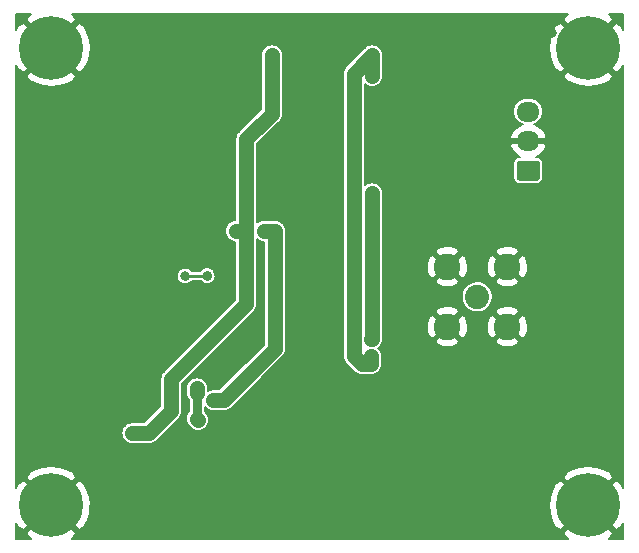
<source format=gbl>
G04 #@! TF.GenerationSoftware,KiCad,Pcbnew,(5.1.5)-3*
G04 #@! TF.CreationDate,2020-04-14T23:54:33+09:00*
G04 #@! TF.ProjectId,Detector_rev2,44657465-6374-46f7-925f-726576322e6b,rev?*
G04 #@! TF.SameCoordinates,Original*
G04 #@! TF.FileFunction,Copper,L2,Bot*
G04 #@! TF.FilePolarity,Positive*
%FSLAX46Y46*%
G04 Gerber Fmt 4.6, Leading zero omitted, Abs format (unit mm)*
G04 Created by KiCad (PCBNEW (5.1.5)-3) date 2020-04-14 23:54:33*
%MOMM*%
%LPD*%
G04 APERTURE LIST*
%ADD10O,1.950000X1.700000*%
%ADD11C,0.100000*%
%ADD12C,0.800000*%
%ADD13C,5.400000*%
%ADD14C,2.250000*%
%ADD15C,2.050000*%
%ADD16C,1.250000*%
%ADD17C,0.800000*%
%ADD18C,0.250000*%
%ADD19C,0.200000*%
G04 APERTURE END LIST*
D10*
X93218000Y-53617500D03*
G04 #@! TA.AperFunction,ComponentPad*
D11*
G36*
X93967504Y-55268704D02*
G01*
X93991773Y-55272304D01*
X94015571Y-55278265D01*
X94038671Y-55286530D01*
X94060849Y-55297020D01*
X94081893Y-55309633D01*
X94101598Y-55324247D01*
X94119777Y-55340723D01*
X94136253Y-55358902D01*
X94150867Y-55378607D01*
X94163480Y-55399651D01*
X94173970Y-55421829D01*
X94182235Y-55444929D01*
X94188196Y-55468727D01*
X94191796Y-55492996D01*
X94193000Y-55517500D01*
X94193000Y-56717500D01*
X94191796Y-56742004D01*
X94188196Y-56766273D01*
X94182235Y-56790071D01*
X94173970Y-56813171D01*
X94163480Y-56835349D01*
X94150867Y-56856393D01*
X94136253Y-56876098D01*
X94119777Y-56894277D01*
X94101598Y-56910753D01*
X94081893Y-56925367D01*
X94060849Y-56937980D01*
X94038671Y-56948470D01*
X94015571Y-56956735D01*
X93991773Y-56962696D01*
X93967504Y-56966296D01*
X93943000Y-56967500D01*
X92493000Y-56967500D01*
X92468496Y-56966296D01*
X92444227Y-56962696D01*
X92420429Y-56956735D01*
X92397329Y-56948470D01*
X92375151Y-56937980D01*
X92354107Y-56925367D01*
X92334402Y-56910753D01*
X92316223Y-56894277D01*
X92299747Y-56876098D01*
X92285133Y-56856393D01*
X92272520Y-56835349D01*
X92262030Y-56813171D01*
X92253765Y-56790071D01*
X92247804Y-56766273D01*
X92244204Y-56742004D01*
X92243000Y-56717500D01*
X92243000Y-55517500D01*
X92244204Y-55492996D01*
X92247804Y-55468727D01*
X92253765Y-55444929D01*
X92262030Y-55421829D01*
X92272520Y-55399651D01*
X92285133Y-55378607D01*
X92299747Y-55358902D01*
X92316223Y-55340723D01*
X92334402Y-55324247D01*
X92354107Y-55309633D01*
X92375151Y-55297020D01*
X92397329Y-55286530D01*
X92420429Y-55278265D01*
X92444227Y-55272304D01*
X92468496Y-55268704D01*
X92493000Y-55267500D01*
X93943000Y-55267500D01*
X93967504Y-55268704D01*
G37*
G04 #@! TD.AperFunction*
D10*
X93218000Y-51117500D03*
D12*
X99729891Y-83023109D03*
X98298000Y-82430000D03*
X96866109Y-83023109D03*
X96273000Y-84455000D03*
X96866109Y-85886891D03*
X98298000Y-86480000D03*
X99729891Y-85886891D03*
X100323000Y-84455000D03*
D13*
X98298000Y-84455000D03*
D12*
X54263891Y-44288109D03*
X52832000Y-43695000D03*
X51400109Y-44288109D03*
X50807000Y-45720000D03*
X51400109Y-47151891D03*
X52832000Y-47745000D03*
X54263891Y-47151891D03*
X54857000Y-45720000D03*
D13*
X52832000Y-45720000D03*
D12*
X99729891Y-44288109D03*
X98298000Y-43695000D03*
X96866109Y-44288109D03*
X96273000Y-45720000D03*
X96866109Y-47151891D03*
X98298000Y-47745000D03*
X99729891Y-47151891D03*
X100323000Y-45720000D03*
D13*
X98298000Y-45720000D03*
D12*
X54263891Y-83023109D03*
X52832000Y-82430000D03*
X51400109Y-83023109D03*
X50807000Y-84455000D03*
X51400109Y-85886891D03*
X52832000Y-86480000D03*
X54263891Y-85886891D03*
X54857000Y-84455000D03*
D13*
X52832000Y-84455000D03*
D14*
X86360000Y-69342000D03*
X86360000Y-64262000D03*
X91440000Y-64262000D03*
X91440000Y-69342000D03*
D15*
X88900000Y-66802000D03*
D12*
X82550000Y-74930000D03*
X82550000Y-72390000D03*
X53467000Y-68262500D03*
X52514500Y-68262500D03*
X51562000Y-68262500D03*
X50800000Y-68770500D03*
X50800000Y-67754500D03*
X66040000Y-61214000D03*
X67056000Y-61214000D03*
X66548000Y-61976000D03*
X74676000Y-51562000D03*
X74676000Y-52832000D03*
X74676000Y-54102000D03*
X76962000Y-51562000D03*
X76962000Y-52832000D03*
X76962000Y-54102000D03*
X73660000Y-52832000D03*
X73660000Y-54102000D03*
X73660000Y-51562000D03*
X73660000Y-50292000D03*
X73660000Y-49022000D03*
X74676000Y-50292000D03*
X76962000Y-50292000D03*
X76200000Y-50800000D03*
X76200000Y-52070000D03*
X76200000Y-53340000D03*
X76200000Y-54610000D03*
X76962000Y-55372000D03*
X76200000Y-55880000D03*
X81534000Y-50292000D03*
X81534000Y-51562000D03*
X81534000Y-52832000D03*
X81534000Y-54102000D03*
X81534000Y-55372000D03*
X82296000Y-50800000D03*
X82296000Y-52070000D03*
X82296000Y-53340000D03*
X82296000Y-54610000D03*
X82296000Y-55880000D03*
X74549000Y-61849000D03*
X75565000Y-61849000D03*
X76581000Y-61849000D03*
X74041000Y-62611000D03*
X75057000Y-62611000D03*
X76073000Y-62611000D03*
X77089000Y-62611000D03*
X81534000Y-60960000D03*
X81534000Y-61976000D03*
X81534000Y-62992000D03*
X82296000Y-60452000D03*
X82296000Y-61468000D03*
X82296000Y-62484000D03*
X62103000Y-68072000D03*
X62103000Y-68961000D03*
X68961000Y-77851000D03*
X68072000Y-77851000D03*
X57150000Y-44450000D03*
X59690000Y-44450000D03*
X62230000Y-44450000D03*
X64770000Y-44450000D03*
X67310000Y-44450000D03*
X69850000Y-44450000D03*
X77470000Y-44450000D03*
X80010000Y-44450000D03*
X82550000Y-44450000D03*
X85090000Y-44450000D03*
X87630000Y-44450000D03*
X90170000Y-44450000D03*
X92710000Y-44450000D03*
X95250000Y-44450000D03*
X100330000Y-49530000D03*
X100330000Y-52070000D03*
X100330000Y-54610000D03*
X100330000Y-57150000D03*
X100330000Y-59690000D03*
X100330000Y-62230000D03*
X100330000Y-64770000D03*
X100330000Y-67310000D03*
X100330000Y-69850000D03*
X100330000Y-72390000D03*
X100330000Y-74930000D03*
X100330000Y-77470000D03*
X100330000Y-80010000D03*
X92710000Y-85725000D03*
X90170000Y-85725000D03*
X87630000Y-85725000D03*
X85090000Y-85725000D03*
X82550000Y-85725000D03*
X80010000Y-85725000D03*
X77470000Y-85725000D03*
X74930000Y-85725000D03*
X72390000Y-85725000D03*
X69850000Y-85725000D03*
X67310000Y-85725000D03*
X64770000Y-85725000D03*
X62230000Y-85725000D03*
X59690000Y-85725000D03*
X57150000Y-85725000D03*
X52070000Y-49530000D03*
X52070000Y-52070000D03*
X52070000Y-54610000D03*
X52070000Y-57150000D03*
X52070000Y-59690000D03*
X52070000Y-62230000D03*
X52070000Y-74930000D03*
X52070000Y-77470000D03*
X52070000Y-80010000D03*
X57150000Y-46990000D03*
X54610000Y-49530000D03*
X57150000Y-49530000D03*
X59690000Y-46990000D03*
X62230000Y-46990000D03*
X64770000Y-46990000D03*
X64770000Y-49530000D03*
X62230000Y-49530000D03*
X59690000Y-49530000D03*
X54610000Y-52070000D03*
X57150000Y-52070000D03*
X59690000Y-52070000D03*
X62230000Y-52070000D03*
X64770000Y-52070000D03*
X64770000Y-54610000D03*
X62230000Y-54610000D03*
X59690000Y-54610000D03*
X57150000Y-54610000D03*
X54610000Y-54610000D03*
X54610000Y-57150000D03*
X57150000Y-57150000D03*
X57150000Y-59690000D03*
X54610000Y-59690000D03*
X57150000Y-62230000D03*
X54610000Y-72390000D03*
X54610000Y-74930000D03*
X54610000Y-77470000D03*
X54610000Y-80010000D03*
X92710000Y-82550000D03*
X90170000Y-82550000D03*
X87630000Y-82550000D03*
X85090000Y-82550000D03*
X82550000Y-82550000D03*
X80010000Y-82550000D03*
X77470000Y-82550000D03*
X74930000Y-82550000D03*
X74930000Y-80010000D03*
X77470000Y-80010000D03*
X80010000Y-80010000D03*
X82550000Y-80010000D03*
X85090000Y-80010000D03*
X87630000Y-80010000D03*
X90170000Y-80010000D03*
X92710000Y-80010000D03*
X95250000Y-80010000D03*
X97790000Y-80010000D03*
X97790000Y-77470000D03*
X95250000Y-77470000D03*
X92710000Y-77470000D03*
X90170000Y-77470000D03*
X87630000Y-77470000D03*
X85090000Y-77470000D03*
X82550000Y-77470000D03*
X85090000Y-74930000D03*
X87630000Y-74930000D03*
X90170000Y-74930000D03*
X92710000Y-74930000D03*
X95250000Y-74930000D03*
X97790000Y-74930000D03*
X97790000Y-72390000D03*
X95250000Y-72390000D03*
X92710000Y-72390000D03*
X90170000Y-72390000D03*
X87630000Y-72390000D03*
X85090000Y-72390000D03*
X97790000Y-69850000D03*
X97790000Y-67310000D03*
X97790000Y-64770000D03*
X97790000Y-62230000D03*
X97790000Y-59690000D03*
X97790000Y-57150000D03*
X97790000Y-54610000D03*
X97790000Y-52070000D03*
X97790000Y-49530000D03*
X92710000Y-46990000D03*
X90170000Y-46990000D03*
X87630000Y-46990000D03*
X85090000Y-46990000D03*
X83312000Y-65532000D03*
X84582000Y-65532000D03*
X83312000Y-68072000D03*
X84582000Y-68072000D03*
X82042000Y-68072000D03*
X95250000Y-69850000D03*
X95250000Y-67310000D03*
X95250000Y-64770000D03*
X95250000Y-62230000D03*
X95250000Y-59690000D03*
X92710000Y-59690000D03*
X90170000Y-59690000D03*
X87630000Y-59690000D03*
X85090000Y-59690000D03*
X85090000Y-62230000D03*
X87630000Y-62230000D03*
X90170000Y-62230000D03*
X92710000Y-62230000D03*
X90678000Y-53594000D03*
X89408000Y-53594000D03*
X87630000Y-53594000D03*
X86106000Y-53594000D03*
X84836000Y-53594000D03*
X83566000Y-53594000D03*
X67310000Y-52070000D03*
X67310000Y-54610000D03*
X72390000Y-44450000D03*
X74930000Y-44450000D03*
X54610000Y-62230000D03*
X73660000Y-61849000D03*
X68453000Y-61214000D03*
X71501000Y-46355000D03*
X71501000Y-47244000D03*
X71501000Y-48133000D03*
X59690000Y-78359000D03*
X60706000Y-78359000D03*
X69342000Y-61214000D03*
X80010000Y-59944000D03*
X80010000Y-58039000D03*
X79883000Y-69596000D03*
X79883000Y-70485000D03*
X80010000Y-58989000D03*
X80010000Y-46355000D03*
X79883000Y-72517000D03*
X79883000Y-71628000D03*
X80010000Y-47244000D03*
X80010000Y-48133000D03*
X71755000Y-61214000D03*
X70866000Y-61214000D03*
X66548000Y-75565000D03*
X67437000Y-75565000D03*
X66040000Y-65024000D03*
X64135000Y-65024000D03*
X65278000Y-77241500D03*
X65151000Y-74549000D03*
D16*
X68453000Y-61214000D02*
X69342000Y-61214000D01*
X71501000Y-46355000D02*
X71501000Y-51308000D01*
X69342000Y-53467000D02*
X69342000Y-61214000D01*
X71501000Y-51308000D02*
X69342000Y-53467000D01*
X60706000Y-78359000D02*
X59690000Y-78359000D01*
X62992000Y-76454000D02*
X62992000Y-73787000D01*
X69342000Y-67437000D02*
X69342000Y-61214000D01*
X62992000Y-73787000D02*
X69342000Y-67437000D01*
X59690000Y-78359000D02*
X61087000Y-78359000D01*
X61087000Y-78359000D02*
X62992000Y-76454000D01*
X69342000Y-61214000D02*
X69342000Y-61214000D01*
X79965001Y-70402999D02*
X79883000Y-70402999D01*
X80010000Y-58039000D02*
X80010000Y-70358000D01*
X80010000Y-70358000D02*
X79965001Y-70402999D01*
X79883000Y-72517000D02*
X79883000Y-71853009D01*
X78432990Y-47932010D02*
X78432990Y-51615010D01*
X80010000Y-46355000D02*
X78432990Y-47932010D01*
X79121000Y-72517000D02*
X79883000Y-72517000D01*
X78432990Y-71828990D02*
X79121000Y-72517000D01*
X78432990Y-51615010D02*
X78432990Y-52885010D01*
X78432990Y-52885010D02*
X78432990Y-54155010D01*
X78432990Y-54155010D02*
X78432990Y-71828990D01*
X80010000Y-46355000D02*
X80010000Y-48133000D01*
D17*
X66548000Y-75565000D02*
X66548000Y-75565000D01*
D16*
X70866000Y-61214000D02*
X71755000Y-61214000D01*
X71755000Y-71247000D02*
X67437000Y-75565000D01*
X71755000Y-61214000D02*
X71755000Y-71247000D01*
X67437000Y-75565000D02*
X66548000Y-75565000D01*
D17*
X64160400Y-65024000D02*
X64135000Y-65024000D01*
X66014600Y-64998600D02*
X66040000Y-65024000D01*
D18*
X64135000Y-65024000D02*
X66040000Y-65024000D01*
D16*
X65151000Y-74549000D02*
X65151000Y-74930000D01*
D17*
X65151000Y-74930000D02*
X65151000Y-77114500D01*
D16*
X65278000Y-77241500D02*
X65151000Y-77114500D01*
D19*
G36*
X51004885Y-42943191D02*
G01*
X50700593Y-43370804D01*
X52832000Y-45502211D01*
X54963407Y-43370804D01*
X54659115Y-42943191D01*
X54567401Y-42895000D01*
X96561044Y-42895000D01*
X96470885Y-42943191D01*
X96166593Y-43370804D01*
X98298000Y-45502211D01*
X100429407Y-43370804D01*
X100125115Y-42943191D01*
X100033401Y-42895000D01*
X101250000Y-42895000D01*
X101250000Y-44220643D01*
X101074809Y-43892885D01*
X100647196Y-43588593D01*
X98515789Y-45720000D01*
X100647196Y-47851407D01*
X101074809Y-47547115D01*
X101250000Y-47213702D01*
X101250001Y-82955645D01*
X101074809Y-82627885D01*
X100647196Y-82323593D01*
X98515789Y-84455000D01*
X100647196Y-86586407D01*
X101074809Y-86282115D01*
X101250001Y-85948700D01*
X101250001Y-87280000D01*
X100034956Y-87280000D01*
X100125115Y-87231809D01*
X100429407Y-86804196D01*
X98298000Y-84672789D01*
X96166593Y-86804196D01*
X96470885Y-87231809D01*
X96562599Y-87280000D01*
X54568956Y-87280000D01*
X54659115Y-87231809D01*
X54963407Y-86804196D01*
X52832000Y-84672789D01*
X50700593Y-86804196D01*
X51004885Y-87231809D01*
X51096599Y-87280000D01*
X49880000Y-87280000D01*
X49880000Y-85954357D01*
X50055191Y-86282115D01*
X50482804Y-86586407D01*
X52614211Y-84455000D01*
X53049789Y-84455000D01*
X55181196Y-86586407D01*
X55608809Y-86282115D01*
X55911906Y-85705279D01*
X56096644Y-85080395D01*
X56151626Y-84478523D01*
X94974076Y-84478523D01*
X95042533Y-85126536D01*
X95236096Y-85748742D01*
X95521191Y-86282115D01*
X95948804Y-86586407D01*
X98080211Y-84455000D01*
X95948804Y-82323593D01*
X95521191Y-82627885D01*
X95218094Y-83204721D01*
X95033356Y-83829605D01*
X94974076Y-84478523D01*
X56151626Y-84478523D01*
X56155924Y-84431477D01*
X56087467Y-83783464D01*
X55893904Y-83161258D01*
X55608809Y-82627885D01*
X55181196Y-82323593D01*
X53049789Y-84455000D01*
X52614211Y-84455000D01*
X50482804Y-82323593D01*
X50055191Y-82627885D01*
X49880000Y-82961298D01*
X49880000Y-82105804D01*
X50700593Y-82105804D01*
X52832000Y-84237211D01*
X54963407Y-82105804D01*
X96166593Y-82105804D01*
X98298000Y-84237211D01*
X100429407Y-82105804D01*
X100125115Y-81678191D01*
X99548279Y-81375094D01*
X98923395Y-81190356D01*
X98274477Y-81131076D01*
X97626464Y-81199533D01*
X97004258Y-81393096D01*
X96470885Y-81678191D01*
X96166593Y-82105804D01*
X54963407Y-82105804D01*
X54659115Y-81678191D01*
X54082279Y-81375094D01*
X53457395Y-81190356D01*
X52808477Y-81131076D01*
X52160464Y-81199533D01*
X51538258Y-81393096D01*
X51004885Y-81678191D01*
X50700593Y-82105804D01*
X49880000Y-82105804D01*
X49880000Y-78359000D01*
X58760525Y-78359000D01*
X58778385Y-78540332D01*
X58831277Y-78714695D01*
X58917170Y-78875389D01*
X59032762Y-79016238D01*
X59173611Y-79131830D01*
X59334305Y-79217723D01*
X59508668Y-79270615D01*
X59644565Y-79284000D01*
X61041573Y-79284000D01*
X61087000Y-79288474D01*
X61132427Y-79284000D01*
X61132435Y-79284000D01*
X61268332Y-79270615D01*
X61442695Y-79217723D01*
X61603389Y-79131830D01*
X61744238Y-79016238D01*
X61773203Y-78980944D01*
X63613950Y-77140198D01*
X63649238Y-77111238D01*
X63691150Y-77060169D01*
X63709903Y-77037318D01*
X63764830Y-76970389D01*
X63850723Y-76809695D01*
X63903615Y-76635332D01*
X63917000Y-76499435D01*
X63917000Y-76499434D01*
X63921475Y-76454000D01*
X63917000Y-76408566D01*
X63917000Y-74170147D01*
X69963950Y-68123198D01*
X69999238Y-68094238D01*
X70096110Y-67976200D01*
X70114830Y-67953389D01*
X70200723Y-67792695D01*
X70253615Y-67618332D01*
X70255152Y-67602729D01*
X70267000Y-67482435D01*
X70267000Y-67482428D01*
X70271474Y-67437001D01*
X70267000Y-67391574D01*
X70267000Y-61919033D01*
X70349611Y-61986830D01*
X70510305Y-62072723D01*
X70684668Y-62125615D01*
X70820565Y-62139000D01*
X70830000Y-62139000D01*
X70830001Y-70863851D01*
X67053853Y-74640000D01*
X66502565Y-74640000D01*
X66366668Y-74653385D01*
X66192305Y-74706277D01*
X66076000Y-74768444D01*
X66076000Y-74503565D01*
X66062615Y-74367668D01*
X66009723Y-74193305D01*
X65923830Y-74032611D01*
X65808238Y-73891762D01*
X65667388Y-73776170D01*
X65506694Y-73690277D01*
X65332331Y-73637385D01*
X65151000Y-73619525D01*
X64969668Y-73637385D01*
X64795305Y-73690277D01*
X64634611Y-73776170D01*
X64493762Y-73891762D01*
X64378170Y-74032612D01*
X64292277Y-74193306D01*
X64239385Y-74367669D01*
X64226000Y-74503566D01*
X64226000Y-74975435D01*
X64239385Y-75111332D01*
X64292277Y-75285695D01*
X64378170Y-75446389D01*
X64451000Y-75535132D01*
X64451001Y-76509367D01*
X64378170Y-76598112D01*
X64292277Y-76758806D01*
X64239385Y-76933169D01*
X64221526Y-77114500D01*
X64239385Y-77295831D01*
X64292277Y-77470194D01*
X64378170Y-77630888D01*
X64464799Y-77736446D01*
X64656054Y-77927701D01*
X64761612Y-78014330D01*
X64922306Y-78100223D01*
X65096669Y-78153115D01*
X65277999Y-78170974D01*
X65459331Y-78153115D01*
X65633694Y-78100223D01*
X65794387Y-78014330D01*
X65935237Y-77898737D01*
X66050830Y-77757887D01*
X66136723Y-77597194D01*
X66189615Y-77422831D01*
X66207474Y-77241499D01*
X66189615Y-77060169D01*
X66136723Y-76885806D01*
X66050830Y-76725112D01*
X65964201Y-76619554D01*
X65851000Y-76506353D01*
X65851000Y-76173788D01*
X65890762Y-76222238D01*
X66031611Y-76337830D01*
X66192305Y-76423723D01*
X66366668Y-76476615D01*
X66502565Y-76490000D01*
X67391573Y-76490000D01*
X67437000Y-76494474D01*
X67482427Y-76490000D01*
X67482435Y-76490000D01*
X67618332Y-76476615D01*
X67792695Y-76423723D01*
X67953389Y-76337830D01*
X68094238Y-76222238D01*
X68123203Y-76186944D01*
X72376949Y-71933199D01*
X72412238Y-71904238D01*
X72461756Y-71843901D01*
X72527830Y-71763389D01*
X72613723Y-71602695D01*
X72666615Y-71428332D01*
X72675648Y-71336620D01*
X72680000Y-71292435D01*
X72680000Y-71292428D01*
X72684474Y-71247001D01*
X72680000Y-71201574D01*
X72680000Y-61259435D01*
X72684475Y-61214000D01*
X72677685Y-61145056D01*
X72666615Y-61032668D01*
X72613723Y-60858305D01*
X72527830Y-60697611D01*
X72412238Y-60556762D01*
X72360132Y-60514000D01*
X72271389Y-60441170D01*
X72110695Y-60355277D01*
X71936332Y-60302385D01*
X71800435Y-60289000D01*
X71800434Y-60289000D01*
X71755000Y-60284525D01*
X71709565Y-60289000D01*
X70820565Y-60289000D01*
X70684668Y-60302385D01*
X70510305Y-60355277D01*
X70349611Y-60441170D01*
X70267000Y-60508967D01*
X70267000Y-53850147D01*
X72122949Y-51994199D01*
X72158238Y-51965238D01*
X72273830Y-51824389D01*
X72359723Y-51663695D01*
X72412615Y-51489332D01*
X72426000Y-51353435D01*
X72426000Y-51353428D01*
X72430474Y-51308001D01*
X72426000Y-51262574D01*
X72426000Y-47932010D01*
X77503516Y-47932010D01*
X77507990Y-47977437D01*
X77507991Y-51569566D01*
X77507990Y-51569576D01*
X77507991Y-52839567D01*
X77507990Y-52839576D01*
X77507991Y-54109567D01*
X77507990Y-54109576D01*
X77507991Y-71783553D01*
X77503516Y-71828990D01*
X77521375Y-72010321D01*
X77574267Y-72184684D01*
X77660160Y-72345378D01*
X77746789Y-72450936D01*
X77746792Y-72450939D01*
X77775753Y-72486228D01*
X77811041Y-72515189D01*
X78434801Y-73138949D01*
X78463762Y-73174238D01*
X78499051Y-73203199D01*
X78499053Y-73203201D01*
X78581193Y-73270611D01*
X78604611Y-73289830D01*
X78765305Y-73375723D01*
X78939668Y-73428615D01*
X79075565Y-73442000D01*
X79075572Y-73442000D01*
X79120999Y-73446474D01*
X79166426Y-73442000D01*
X79837565Y-73442000D01*
X79883000Y-73446475D01*
X79928434Y-73442000D01*
X79928435Y-73442000D01*
X80064332Y-73428615D01*
X80238695Y-73375723D01*
X80399389Y-73289830D01*
X80540238Y-73174238D01*
X80655830Y-73033389D01*
X80741723Y-72872695D01*
X80794615Y-72698332D01*
X80804121Y-72601820D01*
X80808000Y-72562435D01*
X80808000Y-72562434D01*
X80812475Y-72517000D01*
X80808000Y-72471565D01*
X80808000Y-71807574D01*
X80794615Y-71671677D01*
X80741723Y-71497314D01*
X80655830Y-71336620D01*
X80540238Y-71195771D01*
X80498664Y-71161652D01*
X80622239Y-71060237D01*
X80642523Y-71035522D01*
X80667238Y-71015238D01*
X80782830Y-70874389D01*
X80868723Y-70713695D01*
X80912472Y-70569472D01*
X85350317Y-70569472D01*
X85465038Y-70835809D01*
X85773663Y-70981704D01*
X86104820Y-71064586D01*
X86445783Y-71081271D01*
X86783449Y-71031115D01*
X87104843Y-70916049D01*
X87254962Y-70835809D01*
X87369683Y-70569472D01*
X90430317Y-70569472D01*
X90545038Y-70835809D01*
X90853663Y-70981704D01*
X91184820Y-71064586D01*
X91525783Y-71081271D01*
X91863449Y-71031115D01*
X92184843Y-70916049D01*
X92334962Y-70835809D01*
X92449683Y-70569472D01*
X91440000Y-69559789D01*
X90430317Y-70569472D01*
X87369683Y-70569472D01*
X86360000Y-69559789D01*
X85350317Y-70569472D01*
X80912472Y-70569472D01*
X80921615Y-70539332D01*
X80935000Y-70403435D01*
X80935000Y-70403427D01*
X80939474Y-70358001D01*
X80935000Y-70312574D01*
X80935000Y-69427783D01*
X84620729Y-69427783D01*
X84670885Y-69765449D01*
X84785951Y-70086843D01*
X84866191Y-70236962D01*
X85132528Y-70351683D01*
X86142211Y-69342000D01*
X86577789Y-69342000D01*
X87587472Y-70351683D01*
X87853809Y-70236962D01*
X87999704Y-69928337D01*
X88082586Y-69597180D01*
X88090875Y-69427783D01*
X89700729Y-69427783D01*
X89750885Y-69765449D01*
X89865951Y-70086843D01*
X89946191Y-70236962D01*
X90212528Y-70351683D01*
X91222211Y-69342000D01*
X91657789Y-69342000D01*
X92667472Y-70351683D01*
X92933809Y-70236962D01*
X93079704Y-69928337D01*
X93162586Y-69597180D01*
X93179271Y-69256217D01*
X93129115Y-68918551D01*
X93014049Y-68597157D01*
X92933809Y-68447038D01*
X92667472Y-68332317D01*
X91657789Y-69342000D01*
X91222211Y-69342000D01*
X90212528Y-68332317D01*
X89946191Y-68447038D01*
X89800296Y-68755663D01*
X89717414Y-69086820D01*
X89700729Y-69427783D01*
X88090875Y-69427783D01*
X88099271Y-69256217D01*
X88049115Y-68918551D01*
X87934049Y-68597157D01*
X87853809Y-68447038D01*
X87587472Y-68332317D01*
X86577789Y-69342000D01*
X86142211Y-69342000D01*
X85132528Y-68332317D01*
X84866191Y-68447038D01*
X84720296Y-68755663D01*
X84637414Y-69086820D01*
X84620729Y-69427783D01*
X80935000Y-69427783D01*
X80935000Y-68114528D01*
X85350317Y-68114528D01*
X86360000Y-69124211D01*
X87369683Y-68114528D01*
X87254962Y-67848191D01*
X86946337Y-67702296D01*
X86615180Y-67619414D01*
X86274217Y-67602729D01*
X85936551Y-67652885D01*
X85615157Y-67767951D01*
X85465038Y-67848191D01*
X85350317Y-68114528D01*
X80935000Y-68114528D01*
X80935000Y-66671499D01*
X87575000Y-66671499D01*
X87575000Y-66932501D01*
X87625919Y-67188488D01*
X87725800Y-67429623D01*
X87870805Y-67646638D01*
X88055362Y-67831195D01*
X88272377Y-67976200D01*
X88513512Y-68076081D01*
X88769499Y-68127000D01*
X89030501Y-68127000D01*
X89093201Y-68114528D01*
X90430317Y-68114528D01*
X91440000Y-69124211D01*
X92449683Y-68114528D01*
X92334962Y-67848191D01*
X92026337Y-67702296D01*
X91695180Y-67619414D01*
X91354217Y-67602729D01*
X91016551Y-67652885D01*
X90695157Y-67767951D01*
X90545038Y-67848191D01*
X90430317Y-68114528D01*
X89093201Y-68114528D01*
X89286488Y-68076081D01*
X89527623Y-67976200D01*
X89744638Y-67831195D01*
X89929195Y-67646638D01*
X90074200Y-67429623D01*
X90174081Y-67188488D01*
X90225000Y-66932501D01*
X90225000Y-66671499D01*
X90174081Y-66415512D01*
X90074200Y-66174377D01*
X89929195Y-65957362D01*
X89744638Y-65772805D01*
X89527623Y-65627800D01*
X89286488Y-65527919D01*
X89093202Y-65489472D01*
X90430317Y-65489472D01*
X90545038Y-65755809D01*
X90853663Y-65901704D01*
X91184820Y-65984586D01*
X91525783Y-66001271D01*
X91863449Y-65951115D01*
X92184843Y-65836049D01*
X92334962Y-65755809D01*
X92449683Y-65489472D01*
X91440000Y-64479789D01*
X90430317Y-65489472D01*
X89093202Y-65489472D01*
X89030501Y-65477000D01*
X88769499Y-65477000D01*
X88513512Y-65527919D01*
X88272377Y-65627800D01*
X88055362Y-65772805D01*
X87870805Y-65957362D01*
X87725800Y-66174377D01*
X87625919Y-66415512D01*
X87575000Y-66671499D01*
X80935000Y-66671499D01*
X80935000Y-65489472D01*
X85350317Y-65489472D01*
X85465038Y-65755809D01*
X85773663Y-65901704D01*
X86104820Y-65984586D01*
X86445783Y-66001271D01*
X86783449Y-65951115D01*
X87104843Y-65836049D01*
X87254962Y-65755809D01*
X87369683Y-65489472D01*
X86360000Y-64479789D01*
X85350317Y-65489472D01*
X80935000Y-65489472D01*
X80935000Y-64347783D01*
X84620729Y-64347783D01*
X84670885Y-64685449D01*
X84785951Y-65006843D01*
X84866191Y-65156962D01*
X85132528Y-65271683D01*
X86142211Y-64262000D01*
X86577789Y-64262000D01*
X87587472Y-65271683D01*
X87853809Y-65156962D01*
X87999704Y-64848337D01*
X88082586Y-64517180D01*
X88090875Y-64347783D01*
X89700729Y-64347783D01*
X89750885Y-64685449D01*
X89865951Y-65006843D01*
X89946191Y-65156962D01*
X90212528Y-65271683D01*
X91222211Y-64262000D01*
X91657789Y-64262000D01*
X92667472Y-65271683D01*
X92933809Y-65156962D01*
X93079704Y-64848337D01*
X93162586Y-64517180D01*
X93179271Y-64176217D01*
X93129115Y-63838551D01*
X93014049Y-63517157D01*
X92933809Y-63367038D01*
X92667472Y-63252317D01*
X91657789Y-64262000D01*
X91222211Y-64262000D01*
X90212528Y-63252317D01*
X89946191Y-63367038D01*
X89800296Y-63675663D01*
X89717414Y-64006820D01*
X89700729Y-64347783D01*
X88090875Y-64347783D01*
X88099271Y-64176217D01*
X88049115Y-63838551D01*
X87934049Y-63517157D01*
X87853809Y-63367038D01*
X87587472Y-63252317D01*
X86577789Y-64262000D01*
X86142211Y-64262000D01*
X85132528Y-63252317D01*
X84866191Y-63367038D01*
X84720296Y-63675663D01*
X84637414Y-64006820D01*
X84620729Y-64347783D01*
X80935000Y-64347783D01*
X80935000Y-63034528D01*
X85350317Y-63034528D01*
X86360000Y-64044211D01*
X87369683Y-63034528D01*
X90430317Y-63034528D01*
X91440000Y-64044211D01*
X92449683Y-63034528D01*
X92334962Y-62768191D01*
X92026337Y-62622296D01*
X91695180Y-62539414D01*
X91354217Y-62522729D01*
X91016551Y-62572885D01*
X90695157Y-62687951D01*
X90545038Y-62768191D01*
X90430317Y-63034528D01*
X87369683Y-63034528D01*
X87254962Y-62768191D01*
X86946337Y-62622296D01*
X86615180Y-62539414D01*
X86274217Y-62522729D01*
X85936551Y-62572885D01*
X85615157Y-62687951D01*
X85465038Y-62768191D01*
X85350317Y-63034528D01*
X80935000Y-63034528D01*
X80935000Y-57993565D01*
X80921615Y-57857668D01*
X80868723Y-57683305D01*
X80782830Y-57522611D01*
X80667238Y-57381762D01*
X80526388Y-57266170D01*
X80365694Y-57180277D01*
X80191331Y-57127385D01*
X80010000Y-57109525D01*
X79828668Y-57127385D01*
X79654305Y-57180277D01*
X79493611Y-57266170D01*
X79357990Y-57377471D01*
X79357990Y-53996410D01*
X91685097Y-53996410D01*
X91758178Y-54200928D01*
X91897647Y-54450129D01*
X92083053Y-54667332D01*
X92307271Y-54844191D01*
X92546268Y-54966049D01*
X92493000Y-54966049D01*
X92385417Y-54976645D01*
X92281969Y-55008026D01*
X92186630Y-55058985D01*
X92103065Y-55127565D01*
X92034485Y-55211130D01*
X91983526Y-55306469D01*
X91952145Y-55409917D01*
X91941549Y-55517500D01*
X91941549Y-56717500D01*
X91952145Y-56825083D01*
X91983526Y-56928531D01*
X92034485Y-57023870D01*
X92103065Y-57107435D01*
X92186630Y-57176015D01*
X92281969Y-57226974D01*
X92385417Y-57258355D01*
X92493000Y-57268951D01*
X93943000Y-57268951D01*
X94050583Y-57258355D01*
X94154031Y-57226974D01*
X94249370Y-57176015D01*
X94332935Y-57107435D01*
X94401515Y-57023870D01*
X94452474Y-56928531D01*
X94483855Y-56825083D01*
X94494451Y-56717500D01*
X94494451Y-55517500D01*
X94483855Y-55409917D01*
X94452474Y-55306469D01*
X94401515Y-55211130D01*
X94332935Y-55127565D01*
X94249370Y-55058985D01*
X94154031Y-55008026D01*
X94050583Y-54976645D01*
X93943000Y-54966049D01*
X93889732Y-54966049D01*
X94128729Y-54844191D01*
X94352947Y-54667332D01*
X94538353Y-54450129D01*
X94677822Y-54200928D01*
X94750903Y-53996410D01*
X94639889Y-53771500D01*
X93372000Y-53771500D01*
X93372000Y-53791500D01*
X93064000Y-53791500D01*
X93064000Y-53771500D01*
X91796111Y-53771500D01*
X91685097Y-53996410D01*
X79357990Y-53996410D01*
X79357990Y-53238590D01*
X91685097Y-53238590D01*
X91796111Y-53463500D01*
X93064000Y-53463500D01*
X93064000Y-53443500D01*
X93372000Y-53443500D01*
X93372000Y-53463500D01*
X94639889Y-53463500D01*
X94750903Y-53238590D01*
X94677822Y-53034072D01*
X94538353Y-52784871D01*
X94352947Y-52567668D01*
X94128729Y-52390809D01*
X93874316Y-52261091D01*
X93698420Y-52211431D01*
X93785215Y-52185102D01*
X93984997Y-52078316D01*
X94160107Y-51934607D01*
X94303816Y-51759497D01*
X94410602Y-51559715D01*
X94476360Y-51342939D01*
X94498564Y-51117500D01*
X94476360Y-50892061D01*
X94410602Y-50675285D01*
X94303816Y-50475503D01*
X94160107Y-50300393D01*
X93984997Y-50156684D01*
X93785215Y-50049898D01*
X93568439Y-49984140D01*
X93399492Y-49967500D01*
X93036508Y-49967500D01*
X92867561Y-49984140D01*
X92650785Y-50049898D01*
X92451003Y-50156684D01*
X92275893Y-50300393D01*
X92132184Y-50475503D01*
X92025398Y-50675285D01*
X91959640Y-50892061D01*
X91937436Y-51117500D01*
X91959640Y-51342939D01*
X92025398Y-51559715D01*
X92132184Y-51759497D01*
X92275893Y-51934607D01*
X92451003Y-52078316D01*
X92650785Y-52185102D01*
X92737580Y-52211431D01*
X92561684Y-52261091D01*
X92307271Y-52390809D01*
X92083053Y-52567668D01*
X91897647Y-52784871D01*
X91758178Y-53034072D01*
X91685097Y-53238590D01*
X79357990Y-53238590D01*
X79357990Y-48794528D01*
X79493612Y-48905830D01*
X79654306Y-48991723D01*
X79828669Y-49044615D01*
X80010000Y-49062475D01*
X80191332Y-49044615D01*
X80365695Y-48991723D01*
X80526389Y-48905830D01*
X80667238Y-48790238D01*
X80782830Y-48649389D01*
X80868723Y-48488695D01*
X80921615Y-48314332D01*
X80935000Y-48178435D01*
X80935000Y-48069196D01*
X96166593Y-48069196D01*
X96470885Y-48496809D01*
X97047721Y-48799906D01*
X97672605Y-48984644D01*
X98321523Y-49043924D01*
X98969536Y-48975467D01*
X99591742Y-48781904D01*
X100125115Y-48496809D01*
X100429407Y-48069196D01*
X98298000Y-45937789D01*
X96166593Y-48069196D01*
X80935000Y-48069196D01*
X80935000Y-46400427D01*
X80939474Y-46355000D01*
X80935000Y-46309573D01*
X80935000Y-46309565D01*
X80921615Y-46173668D01*
X80868723Y-45999305D01*
X80782830Y-45838611D01*
X80704794Y-45743523D01*
X94974076Y-45743523D01*
X95042533Y-46391536D01*
X95236096Y-47013742D01*
X95521191Y-47547115D01*
X95948804Y-47851407D01*
X98080211Y-45720000D01*
X95948804Y-43588593D01*
X95521191Y-43892885D01*
X95218094Y-44469721D01*
X95033356Y-45094605D01*
X94974076Y-45743523D01*
X80704794Y-45743523D01*
X80667238Y-45697762D01*
X80526388Y-45582170D01*
X80365694Y-45496277D01*
X80191331Y-45443385D01*
X80010000Y-45425525D01*
X79828668Y-45443385D01*
X79654305Y-45496277D01*
X79493611Y-45582170D01*
X79404868Y-45655000D01*
X79352762Y-45697762D01*
X79323802Y-45733050D01*
X77811046Y-47245807D01*
X77775752Y-47274772D01*
X77660160Y-47415622D01*
X77574267Y-47576316D01*
X77521375Y-47750679D01*
X77507990Y-47886576D01*
X77507990Y-47886583D01*
X77503516Y-47932010D01*
X72426000Y-47932010D01*
X72426000Y-46309565D01*
X72412615Y-46173668D01*
X72359723Y-45999305D01*
X72273830Y-45838611D01*
X72158238Y-45697762D01*
X72017388Y-45582170D01*
X71856694Y-45496277D01*
X71682331Y-45443385D01*
X71501000Y-45425525D01*
X71319668Y-45443385D01*
X71145305Y-45496277D01*
X70984611Y-45582170D01*
X70843762Y-45697762D01*
X70728170Y-45838612D01*
X70642277Y-45999306D01*
X70589385Y-46173669D01*
X70576000Y-46309566D01*
X70576001Y-50924851D01*
X68720056Y-52780797D01*
X68684762Y-52809762D01*
X68569170Y-52950612D01*
X68483277Y-53111306D01*
X68430385Y-53285669D01*
X68417000Y-53421566D01*
X68417000Y-53421573D01*
X68412526Y-53467000D01*
X68417000Y-53512427D01*
X68417001Y-60289000D01*
X68407565Y-60289000D01*
X68271668Y-60302385D01*
X68097305Y-60355277D01*
X67936611Y-60441170D01*
X67795762Y-60556762D01*
X67680170Y-60697611D01*
X67594277Y-60858305D01*
X67541385Y-61032668D01*
X67523525Y-61214000D01*
X67541385Y-61395332D01*
X67594277Y-61569695D01*
X67680170Y-61730389D01*
X67795762Y-61871238D01*
X67936611Y-61986830D01*
X68097305Y-62072723D01*
X68271668Y-62125615D01*
X68407565Y-62139000D01*
X68417001Y-62139000D01*
X68417000Y-67053852D01*
X62370052Y-73100801D01*
X62334763Y-73129762D01*
X62305802Y-73165051D01*
X62305799Y-73165054D01*
X62219170Y-73270612D01*
X62133277Y-73431306D01*
X62080385Y-73605669D01*
X62062526Y-73787000D01*
X62067001Y-73832436D01*
X62067000Y-76070852D01*
X60703853Y-77434000D01*
X59644565Y-77434000D01*
X59508668Y-77447385D01*
X59334305Y-77500277D01*
X59173611Y-77586170D01*
X59032762Y-77701762D01*
X58917170Y-77842611D01*
X58831277Y-78003305D01*
X58778385Y-78177668D01*
X58760525Y-78359000D01*
X49880000Y-78359000D01*
X49880000Y-65024000D01*
X63431613Y-65024000D01*
X63435000Y-65058390D01*
X63435000Y-65092944D01*
X63441741Y-65126831D01*
X63445128Y-65161224D01*
X63455161Y-65194298D01*
X63461901Y-65228182D01*
X63475122Y-65260100D01*
X63485155Y-65293175D01*
X63501446Y-65323654D01*
X63514668Y-65355574D01*
X63533865Y-65384304D01*
X63550155Y-65414781D01*
X63572076Y-65441492D01*
X63591274Y-65470224D01*
X63615709Y-65494659D01*
X63637630Y-65521370D01*
X63664341Y-65543291D01*
X63688776Y-65567726D01*
X63717508Y-65586924D01*
X63744219Y-65608845D01*
X63774696Y-65625135D01*
X63803426Y-65644332D01*
X63835346Y-65657554D01*
X63865825Y-65673845D01*
X63898900Y-65683878D01*
X63930818Y-65697099D01*
X63964702Y-65703839D01*
X63997776Y-65713872D01*
X64032169Y-65717259D01*
X64066056Y-65724000D01*
X64203944Y-65724000D01*
X64212921Y-65722214D01*
X64297624Y-65713872D01*
X64429575Y-65673845D01*
X64551181Y-65608845D01*
X64657770Y-65521370D01*
X64717162Y-65449000D01*
X65478683Y-65449000D01*
X65495308Y-65469257D01*
X65496272Y-65470221D01*
X65496274Y-65470224D01*
X65593776Y-65567726D01*
X65622510Y-65586925D01*
X65649219Y-65608845D01*
X65679695Y-65625135D01*
X65708426Y-65644332D01*
X65740349Y-65657555D01*
X65770826Y-65673845D01*
X65803895Y-65683876D01*
X65835818Y-65697099D01*
X65869712Y-65703841D01*
X65902777Y-65713871D01*
X65937161Y-65717258D01*
X65971056Y-65724000D01*
X66005612Y-65724000D01*
X66039999Y-65727387D01*
X66074386Y-65724000D01*
X66108944Y-65724000D01*
X66142840Y-65717258D01*
X66177223Y-65713871D01*
X66210288Y-65703841D01*
X66244182Y-65697099D01*
X66276105Y-65683876D01*
X66309174Y-65673845D01*
X66339651Y-65657555D01*
X66371574Y-65644332D01*
X66400305Y-65625135D01*
X66430781Y-65608845D01*
X66457489Y-65586926D01*
X66486224Y-65567726D01*
X66510666Y-65543284D01*
X66537369Y-65521369D01*
X66559284Y-65494666D01*
X66583726Y-65470224D01*
X66602926Y-65441489D01*
X66624845Y-65414781D01*
X66641135Y-65384305D01*
X66660332Y-65355574D01*
X66673555Y-65323651D01*
X66689845Y-65293174D01*
X66699876Y-65260105D01*
X66713099Y-65228182D01*
X66719841Y-65194288D01*
X66729871Y-65161223D01*
X66733258Y-65126840D01*
X66740000Y-65092944D01*
X66740000Y-65058386D01*
X66743387Y-65023999D01*
X66740000Y-64989612D01*
X66740000Y-64955056D01*
X66733258Y-64921161D01*
X66729871Y-64886777D01*
X66719841Y-64853712D01*
X66713099Y-64819818D01*
X66699876Y-64787895D01*
X66689845Y-64754826D01*
X66673555Y-64724349D01*
X66660332Y-64692426D01*
X66641135Y-64663695D01*
X66624845Y-64633219D01*
X66602925Y-64606510D01*
X66583726Y-64577776D01*
X66486224Y-64480274D01*
X66486221Y-64480272D01*
X66485257Y-64479308D01*
X66405381Y-64413755D01*
X66283774Y-64348755D01*
X66151823Y-64308729D01*
X66014600Y-64295213D01*
X65877377Y-64308729D01*
X65745426Y-64348755D01*
X65623819Y-64413755D01*
X65517231Y-64501231D01*
X65436993Y-64599000D01*
X64717162Y-64599000D01*
X64657770Y-64526630D01*
X64551181Y-64439155D01*
X64429575Y-64374155D01*
X64297624Y-64334128D01*
X64212921Y-64325786D01*
X64203944Y-64324000D01*
X64066056Y-64324000D01*
X64032169Y-64330741D01*
X63997776Y-64334128D01*
X63964702Y-64344161D01*
X63930818Y-64350901D01*
X63898900Y-64364122D01*
X63865825Y-64374155D01*
X63835346Y-64390446D01*
X63803426Y-64403668D01*
X63774696Y-64422865D01*
X63744219Y-64439155D01*
X63717508Y-64461076D01*
X63688776Y-64480274D01*
X63664341Y-64504709D01*
X63637630Y-64526630D01*
X63615709Y-64553341D01*
X63591274Y-64577776D01*
X63572076Y-64606508D01*
X63550155Y-64633219D01*
X63533865Y-64663696D01*
X63514668Y-64692426D01*
X63501446Y-64724346D01*
X63485155Y-64754825D01*
X63475122Y-64787900D01*
X63461901Y-64819818D01*
X63455161Y-64853702D01*
X63445128Y-64886776D01*
X63441741Y-64921169D01*
X63435000Y-64955056D01*
X63435000Y-64989610D01*
X63431613Y-65024000D01*
X49880000Y-65024000D01*
X49880000Y-48069196D01*
X50700593Y-48069196D01*
X51004885Y-48496809D01*
X51581721Y-48799906D01*
X52206605Y-48984644D01*
X52855523Y-49043924D01*
X53503536Y-48975467D01*
X54125742Y-48781904D01*
X54659115Y-48496809D01*
X54963407Y-48069196D01*
X52832000Y-45937789D01*
X50700593Y-48069196D01*
X49880000Y-48069196D01*
X49880000Y-47219357D01*
X50055191Y-47547115D01*
X50482804Y-47851407D01*
X52614211Y-45720000D01*
X53049789Y-45720000D01*
X55181196Y-47851407D01*
X55608809Y-47547115D01*
X55911906Y-46970279D01*
X56096644Y-46345395D01*
X56155924Y-45696477D01*
X56087467Y-45048464D01*
X55893904Y-44426258D01*
X55608809Y-43892885D01*
X55181196Y-43588593D01*
X53049789Y-45720000D01*
X52614211Y-45720000D01*
X50482804Y-43588593D01*
X50055191Y-43892885D01*
X49880000Y-44226298D01*
X49880000Y-42895000D01*
X51095044Y-42895000D01*
X51004885Y-42943191D01*
G37*
X51004885Y-42943191D02*
X50700593Y-43370804D01*
X52832000Y-45502211D01*
X54963407Y-43370804D01*
X54659115Y-42943191D01*
X54567401Y-42895000D01*
X96561044Y-42895000D01*
X96470885Y-42943191D01*
X96166593Y-43370804D01*
X98298000Y-45502211D01*
X100429407Y-43370804D01*
X100125115Y-42943191D01*
X100033401Y-42895000D01*
X101250000Y-42895000D01*
X101250000Y-44220643D01*
X101074809Y-43892885D01*
X100647196Y-43588593D01*
X98515789Y-45720000D01*
X100647196Y-47851407D01*
X101074809Y-47547115D01*
X101250000Y-47213702D01*
X101250001Y-82955645D01*
X101074809Y-82627885D01*
X100647196Y-82323593D01*
X98515789Y-84455000D01*
X100647196Y-86586407D01*
X101074809Y-86282115D01*
X101250001Y-85948700D01*
X101250001Y-87280000D01*
X100034956Y-87280000D01*
X100125115Y-87231809D01*
X100429407Y-86804196D01*
X98298000Y-84672789D01*
X96166593Y-86804196D01*
X96470885Y-87231809D01*
X96562599Y-87280000D01*
X54568956Y-87280000D01*
X54659115Y-87231809D01*
X54963407Y-86804196D01*
X52832000Y-84672789D01*
X50700593Y-86804196D01*
X51004885Y-87231809D01*
X51096599Y-87280000D01*
X49880000Y-87280000D01*
X49880000Y-85954357D01*
X50055191Y-86282115D01*
X50482804Y-86586407D01*
X52614211Y-84455000D01*
X53049789Y-84455000D01*
X55181196Y-86586407D01*
X55608809Y-86282115D01*
X55911906Y-85705279D01*
X56096644Y-85080395D01*
X56151626Y-84478523D01*
X94974076Y-84478523D01*
X95042533Y-85126536D01*
X95236096Y-85748742D01*
X95521191Y-86282115D01*
X95948804Y-86586407D01*
X98080211Y-84455000D01*
X95948804Y-82323593D01*
X95521191Y-82627885D01*
X95218094Y-83204721D01*
X95033356Y-83829605D01*
X94974076Y-84478523D01*
X56151626Y-84478523D01*
X56155924Y-84431477D01*
X56087467Y-83783464D01*
X55893904Y-83161258D01*
X55608809Y-82627885D01*
X55181196Y-82323593D01*
X53049789Y-84455000D01*
X52614211Y-84455000D01*
X50482804Y-82323593D01*
X50055191Y-82627885D01*
X49880000Y-82961298D01*
X49880000Y-82105804D01*
X50700593Y-82105804D01*
X52832000Y-84237211D01*
X54963407Y-82105804D01*
X96166593Y-82105804D01*
X98298000Y-84237211D01*
X100429407Y-82105804D01*
X100125115Y-81678191D01*
X99548279Y-81375094D01*
X98923395Y-81190356D01*
X98274477Y-81131076D01*
X97626464Y-81199533D01*
X97004258Y-81393096D01*
X96470885Y-81678191D01*
X96166593Y-82105804D01*
X54963407Y-82105804D01*
X54659115Y-81678191D01*
X54082279Y-81375094D01*
X53457395Y-81190356D01*
X52808477Y-81131076D01*
X52160464Y-81199533D01*
X51538258Y-81393096D01*
X51004885Y-81678191D01*
X50700593Y-82105804D01*
X49880000Y-82105804D01*
X49880000Y-78359000D01*
X58760525Y-78359000D01*
X58778385Y-78540332D01*
X58831277Y-78714695D01*
X58917170Y-78875389D01*
X59032762Y-79016238D01*
X59173611Y-79131830D01*
X59334305Y-79217723D01*
X59508668Y-79270615D01*
X59644565Y-79284000D01*
X61041573Y-79284000D01*
X61087000Y-79288474D01*
X61132427Y-79284000D01*
X61132435Y-79284000D01*
X61268332Y-79270615D01*
X61442695Y-79217723D01*
X61603389Y-79131830D01*
X61744238Y-79016238D01*
X61773203Y-78980944D01*
X63613950Y-77140198D01*
X63649238Y-77111238D01*
X63691150Y-77060169D01*
X63709903Y-77037318D01*
X63764830Y-76970389D01*
X63850723Y-76809695D01*
X63903615Y-76635332D01*
X63917000Y-76499435D01*
X63917000Y-76499434D01*
X63921475Y-76454000D01*
X63917000Y-76408566D01*
X63917000Y-74170147D01*
X69963950Y-68123198D01*
X69999238Y-68094238D01*
X70096110Y-67976200D01*
X70114830Y-67953389D01*
X70200723Y-67792695D01*
X70253615Y-67618332D01*
X70255152Y-67602729D01*
X70267000Y-67482435D01*
X70267000Y-67482428D01*
X70271474Y-67437001D01*
X70267000Y-67391574D01*
X70267000Y-61919033D01*
X70349611Y-61986830D01*
X70510305Y-62072723D01*
X70684668Y-62125615D01*
X70820565Y-62139000D01*
X70830000Y-62139000D01*
X70830001Y-70863851D01*
X67053853Y-74640000D01*
X66502565Y-74640000D01*
X66366668Y-74653385D01*
X66192305Y-74706277D01*
X66076000Y-74768444D01*
X66076000Y-74503565D01*
X66062615Y-74367668D01*
X66009723Y-74193305D01*
X65923830Y-74032611D01*
X65808238Y-73891762D01*
X65667388Y-73776170D01*
X65506694Y-73690277D01*
X65332331Y-73637385D01*
X65151000Y-73619525D01*
X64969668Y-73637385D01*
X64795305Y-73690277D01*
X64634611Y-73776170D01*
X64493762Y-73891762D01*
X64378170Y-74032612D01*
X64292277Y-74193306D01*
X64239385Y-74367669D01*
X64226000Y-74503566D01*
X64226000Y-74975435D01*
X64239385Y-75111332D01*
X64292277Y-75285695D01*
X64378170Y-75446389D01*
X64451000Y-75535132D01*
X64451001Y-76509367D01*
X64378170Y-76598112D01*
X64292277Y-76758806D01*
X64239385Y-76933169D01*
X64221526Y-77114500D01*
X64239385Y-77295831D01*
X64292277Y-77470194D01*
X64378170Y-77630888D01*
X64464799Y-77736446D01*
X64656054Y-77927701D01*
X64761612Y-78014330D01*
X64922306Y-78100223D01*
X65096669Y-78153115D01*
X65277999Y-78170974D01*
X65459331Y-78153115D01*
X65633694Y-78100223D01*
X65794387Y-78014330D01*
X65935237Y-77898737D01*
X66050830Y-77757887D01*
X66136723Y-77597194D01*
X66189615Y-77422831D01*
X66207474Y-77241499D01*
X66189615Y-77060169D01*
X66136723Y-76885806D01*
X66050830Y-76725112D01*
X65964201Y-76619554D01*
X65851000Y-76506353D01*
X65851000Y-76173788D01*
X65890762Y-76222238D01*
X66031611Y-76337830D01*
X66192305Y-76423723D01*
X66366668Y-76476615D01*
X66502565Y-76490000D01*
X67391573Y-76490000D01*
X67437000Y-76494474D01*
X67482427Y-76490000D01*
X67482435Y-76490000D01*
X67618332Y-76476615D01*
X67792695Y-76423723D01*
X67953389Y-76337830D01*
X68094238Y-76222238D01*
X68123203Y-76186944D01*
X72376949Y-71933199D01*
X72412238Y-71904238D01*
X72461756Y-71843901D01*
X72527830Y-71763389D01*
X72613723Y-71602695D01*
X72666615Y-71428332D01*
X72675648Y-71336620D01*
X72680000Y-71292435D01*
X72680000Y-71292428D01*
X72684474Y-71247001D01*
X72680000Y-71201574D01*
X72680000Y-61259435D01*
X72684475Y-61214000D01*
X72677685Y-61145056D01*
X72666615Y-61032668D01*
X72613723Y-60858305D01*
X72527830Y-60697611D01*
X72412238Y-60556762D01*
X72360132Y-60514000D01*
X72271389Y-60441170D01*
X72110695Y-60355277D01*
X71936332Y-60302385D01*
X71800435Y-60289000D01*
X71800434Y-60289000D01*
X71755000Y-60284525D01*
X71709565Y-60289000D01*
X70820565Y-60289000D01*
X70684668Y-60302385D01*
X70510305Y-60355277D01*
X70349611Y-60441170D01*
X70267000Y-60508967D01*
X70267000Y-53850147D01*
X72122949Y-51994199D01*
X72158238Y-51965238D01*
X72273830Y-51824389D01*
X72359723Y-51663695D01*
X72412615Y-51489332D01*
X72426000Y-51353435D01*
X72426000Y-51353428D01*
X72430474Y-51308001D01*
X72426000Y-51262574D01*
X72426000Y-47932010D01*
X77503516Y-47932010D01*
X77507990Y-47977437D01*
X77507991Y-51569566D01*
X77507990Y-51569576D01*
X77507991Y-52839567D01*
X77507990Y-52839576D01*
X77507991Y-54109567D01*
X77507990Y-54109576D01*
X77507991Y-71783553D01*
X77503516Y-71828990D01*
X77521375Y-72010321D01*
X77574267Y-72184684D01*
X77660160Y-72345378D01*
X77746789Y-72450936D01*
X77746792Y-72450939D01*
X77775753Y-72486228D01*
X77811041Y-72515189D01*
X78434801Y-73138949D01*
X78463762Y-73174238D01*
X78499051Y-73203199D01*
X78499053Y-73203201D01*
X78581193Y-73270611D01*
X78604611Y-73289830D01*
X78765305Y-73375723D01*
X78939668Y-73428615D01*
X79075565Y-73442000D01*
X79075572Y-73442000D01*
X79120999Y-73446474D01*
X79166426Y-73442000D01*
X79837565Y-73442000D01*
X79883000Y-73446475D01*
X79928434Y-73442000D01*
X79928435Y-73442000D01*
X80064332Y-73428615D01*
X80238695Y-73375723D01*
X80399389Y-73289830D01*
X80540238Y-73174238D01*
X80655830Y-73033389D01*
X80741723Y-72872695D01*
X80794615Y-72698332D01*
X80804121Y-72601820D01*
X80808000Y-72562435D01*
X80808000Y-72562434D01*
X80812475Y-72517000D01*
X80808000Y-72471565D01*
X80808000Y-71807574D01*
X80794615Y-71671677D01*
X80741723Y-71497314D01*
X80655830Y-71336620D01*
X80540238Y-71195771D01*
X80498664Y-71161652D01*
X80622239Y-71060237D01*
X80642523Y-71035522D01*
X80667238Y-71015238D01*
X80782830Y-70874389D01*
X80868723Y-70713695D01*
X80912472Y-70569472D01*
X85350317Y-70569472D01*
X85465038Y-70835809D01*
X85773663Y-70981704D01*
X86104820Y-71064586D01*
X86445783Y-71081271D01*
X86783449Y-71031115D01*
X87104843Y-70916049D01*
X87254962Y-70835809D01*
X87369683Y-70569472D01*
X90430317Y-70569472D01*
X90545038Y-70835809D01*
X90853663Y-70981704D01*
X91184820Y-71064586D01*
X91525783Y-71081271D01*
X91863449Y-71031115D01*
X92184843Y-70916049D01*
X92334962Y-70835809D01*
X92449683Y-70569472D01*
X91440000Y-69559789D01*
X90430317Y-70569472D01*
X87369683Y-70569472D01*
X86360000Y-69559789D01*
X85350317Y-70569472D01*
X80912472Y-70569472D01*
X80921615Y-70539332D01*
X80935000Y-70403435D01*
X80935000Y-70403427D01*
X80939474Y-70358001D01*
X80935000Y-70312574D01*
X80935000Y-69427783D01*
X84620729Y-69427783D01*
X84670885Y-69765449D01*
X84785951Y-70086843D01*
X84866191Y-70236962D01*
X85132528Y-70351683D01*
X86142211Y-69342000D01*
X86577789Y-69342000D01*
X87587472Y-70351683D01*
X87853809Y-70236962D01*
X87999704Y-69928337D01*
X88082586Y-69597180D01*
X88090875Y-69427783D01*
X89700729Y-69427783D01*
X89750885Y-69765449D01*
X89865951Y-70086843D01*
X89946191Y-70236962D01*
X90212528Y-70351683D01*
X91222211Y-69342000D01*
X91657789Y-69342000D01*
X92667472Y-70351683D01*
X92933809Y-70236962D01*
X93079704Y-69928337D01*
X93162586Y-69597180D01*
X93179271Y-69256217D01*
X93129115Y-68918551D01*
X93014049Y-68597157D01*
X92933809Y-68447038D01*
X92667472Y-68332317D01*
X91657789Y-69342000D01*
X91222211Y-69342000D01*
X90212528Y-68332317D01*
X89946191Y-68447038D01*
X89800296Y-68755663D01*
X89717414Y-69086820D01*
X89700729Y-69427783D01*
X88090875Y-69427783D01*
X88099271Y-69256217D01*
X88049115Y-68918551D01*
X87934049Y-68597157D01*
X87853809Y-68447038D01*
X87587472Y-68332317D01*
X86577789Y-69342000D01*
X86142211Y-69342000D01*
X85132528Y-68332317D01*
X84866191Y-68447038D01*
X84720296Y-68755663D01*
X84637414Y-69086820D01*
X84620729Y-69427783D01*
X80935000Y-69427783D01*
X80935000Y-68114528D01*
X85350317Y-68114528D01*
X86360000Y-69124211D01*
X87369683Y-68114528D01*
X87254962Y-67848191D01*
X86946337Y-67702296D01*
X86615180Y-67619414D01*
X86274217Y-67602729D01*
X85936551Y-67652885D01*
X85615157Y-67767951D01*
X85465038Y-67848191D01*
X85350317Y-68114528D01*
X80935000Y-68114528D01*
X80935000Y-66671499D01*
X87575000Y-66671499D01*
X87575000Y-66932501D01*
X87625919Y-67188488D01*
X87725800Y-67429623D01*
X87870805Y-67646638D01*
X88055362Y-67831195D01*
X88272377Y-67976200D01*
X88513512Y-68076081D01*
X88769499Y-68127000D01*
X89030501Y-68127000D01*
X89093201Y-68114528D01*
X90430317Y-68114528D01*
X91440000Y-69124211D01*
X92449683Y-68114528D01*
X92334962Y-67848191D01*
X92026337Y-67702296D01*
X91695180Y-67619414D01*
X91354217Y-67602729D01*
X91016551Y-67652885D01*
X90695157Y-67767951D01*
X90545038Y-67848191D01*
X90430317Y-68114528D01*
X89093201Y-68114528D01*
X89286488Y-68076081D01*
X89527623Y-67976200D01*
X89744638Y-67831195D01*
X89929195Y-67646638D01*
X90074200Y-67429623D01*
X90174081Y-67188488D01*
X90225000Y-66932501D01*
X90225000Y-66671499D01*
X90174081Y-66415512D01*
X90074200Y-66174377D01*
X89929195Y-65957362D01*
X89744638Y-65772805D01*
X89527623Y-65627800D01*
X89286488Y-65527919D01*
X89093202Y-65489472D01*
X90430317Y-65489472D01*
X90545038Y-65755809D01*
X90853663Y-65901704D01*
X91184820Y-65984586D01*
X91525783Y-66001271D01*
X91863449Y-65951115D01*
X92184843Y-65836049D01*
X92334962Y-65755809D01*
X92449683Y-65489472D01*
X91440000Y-64479789D01*
X90430317Y-65489472D01*
X89093202Y-65489472D01*
X89030501Y-65477000D01*
X88769499Y-65477000D01*
X88513512Y-65527919D01*
X88272377Y-65627800D01*
X88055362Y-65772805D01*
X87870805Y-65957362D01*
X87725800Y-66174377D01*
X87625919Y-66415512D01*
X87575000Y-66671499D01*
X80935000Y-66671499D01*
X80935000Y-65489472D01*
X85350317Y-65489472D01*
X85465038Y-65755809D01*
X85773663Y-65901704D01*
X86104820Y-65984586D01*
X86445783Y-66001271D01*
X86783449Y-65951115D01*
X87104843Y-65836049D01*
X87254962Y-65755809D01*
X87369683Y-65489472D01*
X86360000Y-64479789D01*
X85350317Y-65489472D01*
X80935000Y-65489472D01*
X80935000Y-64347783D01*
X84620729Y-64347783D01*
X84670885Y-64685449D01*
X84785951Y-65006843D01*
X84866191Y-65156962D01*
X85132528Y-65271683D01*
X86142211Y-64262000D01*
X86577789Y-64262000D01*
X87587472Y-65271683D01*
X87853809Y-65156962D01*
X87999704Y-64848337D01*
X88082586Y-64517180D01*
X88090875Y-64347783D01*
X89700729Y-64347783D01*
X89750885Y-64685449D01*
X89865951Y-65006843D01*
X89946191Y-65156962D01*
X90212528Y-65271683D01*
X91222211Y-64262000D01*
X91657789Y-64262000D01*
X92667472Y-65271683D01*
X92933809Y-65156962D01*
X93079704Y-64848337D01*
X93162586Y-64517180D01*
X93179271Y-64176217D01*
X93129115Y-63838551D01*
X93014049Y-63517157D01*
X92933809Y-63367038D01*
X92667472Y-63252317D01*
X91657789Y-64262000D01*
X91222211Y-64262000D01*
X90212528Y-63252317D01*
X89946191Y-63367038D01*
X89800296Y-63675663D01*
X89717414Y-64006820D01*
X89700729Y-64347783D01*
X88090875Y-64347783D01*
X88099271Y-64176217D01*
X88049115Y-63838551D01*
X87934049Y-63517157D01*
X87853809Y-63367038D01*
X87587472Y-63252317D01*
X86577789Y-64262000D01*
X86142211Y-64262000D01*
X85132528Y-63252317D01*
X84866191Y-63367038D01*
X84720296Y-63675663D01*
X84637414Y-64006820D01*
X84620729Y-64347783D01*
X80935000Y-64347783D01*
X80935000Y-63034528D01*
X85350317Y-63034528D01*
X86360000Y-64044211D01*
X87369683Y-63034528D01*
X90430317Y-63034528D01*
X91440000Y-64044211D01*
X92449683Y-63034528D01*
X92334962Y-62768191D01*
X92026337Y-62622296D01*
X91695180Y-62539414D01*
X91354217Y-62522729D01*
X91016551Y-62572885D01*
X90695157Y-62687951D01*
X90545038Y-62768191D01*
X90430317Y-63034528D01*
X87369683Y-63034528D01*
X87254962Y-62768191D01*
X86946337Y-62622296D01*
X86615180Y-62539414D01*
X86274217Y-62522729D01*
X85936551Y-62572885D01*
X85615157Y-62687951D01*
X85465038Y-62768191D01*
X85350317Y-63034528D01*
X80935000Y-63034528D01*
X80935000Y-57993565D01*
X80921615Y-57857668D01*
X80868723Y-57683305D01*
X80782830Y-57522611D01*
X80667238Y-57381762D01*
X80526388Y-57266170D01*
X80365694Y-57180277D01*
X80191331Y-57127385D01*
X80010000Y-57109525D01*
X79828668Y-57127385D01*
X79654305Y-57180277D01*
X79493611Y-57266170D01*
X79357990Y-57377471D01*
X79357990Y-53996410D01*
X91685097Y-53996410D01*
X91758178Y-54200928D01*
X91897647Y-54450129D01*
X92083053Y-54667332D01*
X92307271Y-54844191D01*
X92546268Y-54966049D01*
X92493000Y-54966049D01*
X92385417Y-54976645D01*
X92281969Y-55008026D01*
X92186630Y-55058985D01*
X92103065Y-55127565D01*
X92034485Y-55211130D01*
X91983526Y-55306469D01*
X91952145Y-55409917D01*
X91941549Y-55517500D01*
X91941549Y-56717500D01*
X91952145Y-56825083D01*
X91983526Y-56928531D01*
X92034485Y-57023870D01*
X92103065Y-57107435D01*
X92186630Y-57176015D01*
X92281969Y-57226974D01*
X92385417Y-57258355D01*
X92493000Y-57268951D01*
X93943000Y-57268951D01*
X94050583Y-57258355D01*
X94154031Y-57226974D01*
X94249370Y-57176015D01*
X94332935Y-57107435D01*
X94401515Y-57023870D01*
X94452474Y-56928531D01*
X94483855Y-56825083D01*
X94494451Y-56717500D01*
X94494451Y-55517500D01*
X94483855Y-55409917D01*
X94452474Y-55306469D01*
X94401515Y-55211130D01*
X94332935Y-55127565D01*
X94249370Y-55058985D01*
X94154031Y-55008026D01*
X94050583Y-54976645D01*
X93943000Y-54966049D01*
X93889732Y-54966049D01*
X94128729Y-54844191D01*
X94352947Y-54667332D01*
X94538353Y-54450129D01*
X94677822Y-54200928D01*
X94750903Y-53996410D01*
X94639889Y-53771500D01*
X93372000Y-53771500D01*
X93372000Y-53791500D01*
X93064000Y-53791500D01*
X93064000Y-53771500D01*
X91796111Y-53771500D01*
X91685097Y-53996410D01*
X79357990Y-53996410D01*
X79357990Y-53238590D01*
X91685097Y-53238590D01*
X91796111Y-53463500D01*
X93064000Y-53463500D01*
X93064000Y-53443500D01*
X93372000Y-53443500D01*
X93372000Y-53463500D01*
X94639889Y-53463500D01*
X94750903Y-53238590D01*
X94677822Y-53034072D01*
X94538353Y-52784871D01*
X94352947Y-52567668D01*
X94128729Y-52390809D01*
X93874316Y-52261091D01*
X93698420Y-52211431D01*
X93785215Y-52185102D01*
X93984997Y-52078316D01*
X94160107Y-51934607D01*
X94303816Y-51759497D01*
X94410602Y-51559715D01*
X94476360Y-51342939D01*
X94498564Y-51117500D01*
X94476360Y-50892061D01*
X94410602Y-50675285D01*
X94303816Y-50475503D01*
X94160107Y-50300393D01*
X93984997Y-50156684D01*
X93785215Y-50049898D01*
X93568439Y-49984140D01*
X93399492Y-49967500D01*
X93036508Y-49967500D01*
X92867561Y-49984140D01*
X92650785Y-50049898D01*
X92451003Y-50156684D01*
X92275893Y-50300393D01*
X92132184Y-50475503D01*
X92025398Y-50675285D01*
X91959640Y-50892061D01*
X91937436Y-51117500D01*
X91959640Y-51342939D01*
X92025398Y-51559715D01*
X92132184Y-51759497D01*
X92275893Y-51934607D01*
X92451003Y-52078316D01*
X92650785Y-52185102D01*
X92737580Y-52211431D01*
X92561684Y-52261091D01*
X92307271Y-52390809D01*
X92083053Y-52567668D01*
X91897647Y-52784871D01*
X91758178Y-53034072D01*
X91685097Y-53238590D01*
X79357990Y-53238590D01*
X79357990Y-48794528D01*
X79493612Y-48905830D01*
X79654306Y-48991723D01*
X79828669Y-49044615D01*
X80010000Y-49062475D01*
X80191332Y-49044615D01*
X80365695Y-48991723D01*
X80526389Y-48905830D01*
X80667238Y-48790238D01*
X80782830Y-48649389D01*
X80868723Y-48488695D01*
X80921615Y-48314332D01*
X80935000Y-48178435D01*
X80935000Y-48069196D01*
X96166593Y-48069196D01*
X96470885Y-48496809D01*
X97047721Y-48799906D01*
X97672605Y-48984644D01*
X98321523Y-49043924D01*
X98969536Y-48975467D01*
X99591742Y-48781904D01*
X100125115Y-48496809D01*
X100429407Y-48069196D01*
X98298000Y-45937789D01*
X96166593Y-48069196D01*
X80935000Y-48069196D01*
X80935000Y-46400427D01*
X80939474Y-46355000D01*
X80935000Y-46309573D01*
X80935000Y-46309565D01*
X80921615Y-46173668D01*
X80868723Y-45999305D01*
X80782830Y-45838611D01*
X80704794Y-45743523D01*
X94974076Y-45743523D01*
X95042533Y-46391536D01*
X95236096Y-47013742D01*
X95521191Y-47547115D01*
X95948804Y-47851407D01*
X98080211Y-45720000D01*
X95948804Y-43588593D01*
X95521191Y-43892885D01*
X95218094Y-44469721D01*
X95033356Y-45094605D01*
X94974076Y-45743523D01*
X80704794Y-45743523D01*
X80667238Y-45697762D01*
X80526388Y-45582170D01*
X80365694Y-45496277D01*
X80191331Y-45443385D01*
X80010000Y-45425525D01*
X79828668Y-45443385D01*
X79654305Y-45496277D01*
X79493611Y-45582170D01*
X79404868Y-45655000D01*
X79352762Y-45697762D01*
X79323802Y-45733050D01*
X77811046Y-47245807D01*
X77775752Y-47274772D01*
X77660160Y-47415622D01*
X77574267Y-47576316D01*
X77521375Y-47750679D01*
X77507990Y-47886576D01*
X77507990Y-47886583D01*
X77503516Y-47932010D01*
X72426000Y-47932010D01*
X72426000Y-46309565D01*
X72412615Y-46173668D01*
X72359723Y-45999305D01*
X72273830Y-45838611D01*
X72158238Y-45697762D01*
X72017388Y-45582170D01*
X71856694Y-45496277D01*
X71682331Y-45443385D01*
X71501000Y-45425525D01*
X71319668Y-45443385D01*
X71145305Y-45496277D01*
X70984611Y-45582170D01*
X70843762Y-45697762D01*
X70728170Y-45838612D01*
X70642277Y-45999306D01*
X70589385Y-46173669D01*
X70576000Y-46309566D01*
X70576001Y-50924851D01*
X68720056Y-52780797D01*
X68684762Y-52809762D01*
X68569170Y-52950612D01*
X68483277Y-53111306D01*
X68430385Y-53285669D01*
X68417000Y-53421566D01*
X68417000Y-53421573D01*
X68412526Y-53467000D01*
X68417000Y-53512427D01*
X68417001Y-60289000D01*
X68407565Y-60289000D01*
X68271668Y-60302385D01*
X68097305Y-60355277D01*
X67936611Y-60441170D01*
X67795762Y-60556762D01*
X67680170Y-60697611D01*
X67594277Y-60858305D01*
X67541385Y-61032668D01*
X67523525Y-61214000D01*
X67541385Y-61395332D01*
X67594277Y-61569695D01*
X67680170Y-61730389D01*
X67795762Y-61871238D01*
X67936611Y-61986830D01*
X68097305Y-62072723D01*
X68271668Y-62125615D01*
X68407565Y-62139000D01*
X68417001Y-62139000D01*
X68417000Y-67053852D01*
X62370052Y-73100801D01*
X62334763Y-73129762D01*
X62305802Y-73165051D01*
X62305799Y-73165054D01*
X62219170Y-73270612D01*
X62133277Y-73431306D01*
X62080385Y-73605669D01*
X62062526Y-73787000D01*
X62067001Y-73832436D01*
X62067000Y-76070852D01*
X60703853Y-77434000D01*
X59644565Y-77434000D01*
X59508668Y-77447385D01*
X59334305Y-77500277D01*
X59173611Y-77586170D01*
X59032762Y-77701762D01*
X58917170Y-77842611D01*
X58831277Y-78003305D01*
X58778385Y-78177668D01*
X58760525Y-78359000D01*
X49880000Y-78359000D01*
X49880000Y-65024000D01*
X63431613Y-65024000D01*
X63435000Y-65058390D01*
X63435000Y-65092944D01*
X63441741Y-65126831D01*
X63445128Y-65161224D01*
X63455161Y-65194298D01*
X63461901Y-65228182D01*
X63475122Y-65260100D01*
X63485155Y-65293175D01*
X63501446Y-65323654D01*
X63514668Y-65355574D01*
X63533865Y-65384304D01*
X63550155Y-65414781D01*
X63572076Y-65441492D01*
X63591274Y-65470224D01*
X63615709Y-65494659D01*
X63637630Y-65521370D01*
X63664341Y-65543291D01*
X63688776Y-65567726D01*
X63717508Y-65586924D01*
X63744219Y-65608845D01*
X63774696Y-65625135D01*
X63803426Y-65644332D01*
X63835346Y-65657554D01*
X63865825Y-65673845D01*
X63898900Y-65683878D01*
X63930818Y-65697099D01*
X63964702Y-65703839D01*
X63997776Y-65713872D01*
X64032169Y-65717259D01*
X64066056Y-65724000D01*
X64203944Y-65724000D01*
X64212921Y-65722214D01*
X64297624Y-65713872D01*
X64429575Y-65673845D01*
X64551181Y-65608845D01*
X64657770Y-65521370D01*
X64717162Y-65449000D01*
X65478683Y-65449000D01*
X65495308Y-65469257D01*
X65496272Y-65470221D01*
X65496274Y-65470224D01*
X65593776Y-65567726D01*
X65622510Y-65586925D01*
X65649219Y-65608845D01*
X65679695Y-65625135D01*
X65708426Y-65644332D01*
X65740349Y-65657555D01*
X65770826Y-65673845D01*
X65803895Y-65683876D01*
X65835818Y-65697099D01*
X65869712Y-65703841D01*
X65902777Y-65713871D01*
X65937161Y-65717258D01*
X65971056Y-65724000D01*
X66005612Y-65724000D01*
X66039999Y-65727387D01*
X66074386Y-65724000D01*
X66108944Y-65724000D01*
X66142840Y-65717258D01*
X66177223Y-65713871D01*
X66210288Y-65703841D01*
X66244182Y-65697099D01*
X66276105Y-65683876D01*
X66309174Y-65673845D01*
X66339651Y-65657555D01*
X66371574Y-65644332D01*
X66400305Y-65625135D01*
X66430781Y-65608845D01*
X66457489Y-65586926D01*
X66486224Y-65567726D01*
X66510666Y-65543284D01*
X66537369Y-65521369D01*
X66559284Y-65494666D01*
X66583726Y-65470224D01*
X66602926Y-65441489D01*
X66624845Y-65414781D01*
X66641135Y-65384305D01*
X66660332Y-65355574D01*
X66673555Y-65323651D01*
X66689845Y-65293174D01*
X66699876Y-65260105D01*
X66713099Y-65228182D01*
X66719841Y-65194288D01*
X66729871Y-65161223D01*
X66733258Y-65126840D01*
X66740000Y-65092944D01*
X66740000Y-65058386D01*
X66743387Y-65023999D01*
X66740000Y-64989612D01*
X66740000Y-64955056D01*
X66733258Y-64921161D01*
X66729871Y-64886777D01*
X66719841Y-64853712D01*
X66713099Y-64819818D01*
X66699876Y-64787895D01*
X66689845Y-64754826D01*
X66673555Y-64724349D01*
X66660332Y-64692426D01*
X66641135Y-64663695D01*
X66624845Y-64633219D01*
X66602925Y-64606510D01*
X66583726Y-64577776D01*
X66486224Y-64480274D01*
X66486221Y-64480272D01*
X66485257Y-64479308D01*
X66405381Y-64413755D01*
X66283774Y-64348755D01*
X66151823Y-64308729D01*
X66014600Y-64295213D01*
X65877377Y-64308729D01*
X65745426Y-64348755D01*
X65623819Y-64413755D01*
X65517231Y-64501231D01*
X65436993Y-64599000D01*
X64717162Y-64599000D01*
X64657770Y-64526630D01*
X64551181Y-64439155D01*
X64429575Y-64374155D01*
X64297624Y-64334128D01*
X64212921Y-64325786D01*
X64203944Y-64324000D01*
X64066056Y-64324000D01*
X64032169Y-64330741D01*
X63997776Y-64334128D01*
X63964702Y-64344161D01*
X63930818Y-64350901D01*
X63898900Y-64364122D01*
X63865825Y-64374155D01*
X63835346Y-64390446D01*
X63803426Y-64403668D01*
X63774696Y-64422865D01*
X63744219Y-64439155D01*
X63717508Y-64461076D01*
X63688776Y-64480274D01*
X63664341Y-64504709D01*
X63637630Y-64526630D01*
X63615709Y-64553341D01*
X63591274Y-64577776D01*
X63572076Y-64606508D01*
X63550155Y-64633219D01*
X63533865Y-64663696D01*
X63514668Y-64692426D01*
X63501446Y-64724346D01*
X63485155Y-64754825D01*
X63475122Y-64787900D01*
X63461901Y-64819818D01*
X63455161Y-64853702D01*
X63445128Y-64886776D01*
X63441741Y-64921169D01*
X63435000Y-64955056D01*
X63435000Y-64989610D01*
X63431613Y-65024000D01*
X49880000Y-65024000D01*
X49880000Y-48069196D01*
X50700593Y-48069196D01*
X51004885Y-48496809D01*
X51581721Y-48799906D01*
X52206605Y-48984644D01*
X52855523Y-49043924D01*
X53503536Y-48975467D01*
X54125742Y-48781904D01*
X54659115Y-48496809D01*
X54963407Y-48069196D01*
X52832000Y-45937789D01*
X50700593Y-48069196D01*
X49880000Y-48069196D01*
X49880000Y-47219357D01*
X50055191Y-47547115D01*
X50482804Y-47851407D01*
X52614211Y-45720000D01*
X53049789Y-45720000D01*
X55181196Y-47851407D01*
X55608809Y-47547115D01*
X55911906Y-46970279D01*
X56096644Y-46345395D01*
X56155924Y-45696477D01*
X56087467Y-45048464D01*
X55893904Y-44426258D01*
X55608809Y-43892885D01*
X55181196Y-43588593D01*
X53049789Y-45720000D01*
X52614211Y-45720000D01*
X50482804Y-43588593D01*
X50055191Y-43892885D01*
X49880000Y-44226298D01*
X49880000Y-42895000D01*
X51095044Y-42895000D01*
X51004885Y-42943191D01*
M02*

</source>
